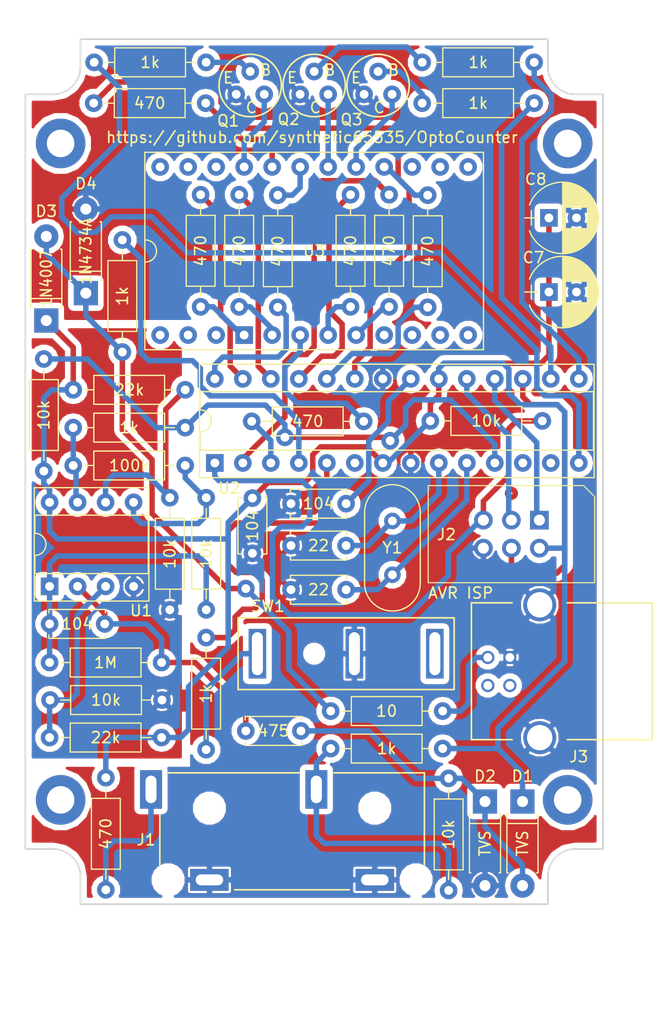
<source format=kicad_pcb>
(kicad_pcb (version 4) (host pcbnew 4.0.7)
  (layers (0 F.Cu signal) (31 B.Cu signal) (34 B.Paste user) (35 F.Paste user) (36 B.SilkS user) (37 F.SilkS user) (38 B.Mask user) (39 F.Mask user) (44 Edge.Cuts user))
  (net 0 "")
  (net 1 "Net-(C1-Pad1)")
  (net 2 "Net-(C1-Pad2)")
  (net 3 "Net-(C2-Pad1)")
  (net 4 +5V)
  (net 5 GNDD)
  (net 6 "Net-(C4-Pad1)")
  (net 7 "Net-(C5-Pad1)")
  (net 8 "Net-(C6-Pad1)")
  (net 9 "Net-(D3-Pad2)")
  (net 10 "Net-(J1-Pad2)")
  (net 11 "Net-(J1-Pad1)")
  (net 12 MISO)
  (net 13 SCK)
  (net 14 MOSI)
  (net 15 RESET)
  (net 16 "Net-(J3-Pad2)")
  (net 17 "Net-(J3-Pad1)")
  (net 18 "Net-(J3-Pad3)")
  (net 19 "Net-(Q1-Pad2)")
  (net 20 "Net-(Q1-Pad1)")
  (net 21 "Net-(Q2-Pad2)")
  (net 22 "Net-(Q2-Pad1)")
  (net 23 "Net-(Q3-Pad2)")
  (net 24 "Net-(Q3-Pad1)")
  (net 25 "Net-(R4-Pad1)")
  (net 26 "Net-(R10-Pad2)")
  (net 27 "Net-(R8-Pad1)")
  (net 28 "Net-(R10-Pad1)")
  (net 29 COUNT)
  (net 30 "Net-(R14-Pad1)")
  (net 31 "Net-(R14-Pad2)")
  (net 32 SEG_A)
  (net 33 "Net-(R15-Pad2)")
  (net 34 SEG_B)
  (net 35 "Net-(R16-Pad2)")
  (net 36 SEG_C)
  (net 37 "Net-(R17-Pad2)")
  (net 38 SEG_D)
  (net 39 "Net-(R18-Pad2)")
  (net 40 SEG_E)
  (net 41 "Net-(R19-Pad2)")
  (net 42 SEG_F)
  (net 43 "Net-(R20-Pad2)")
  (net 44 SEG_G)
  (net 45 "Net-(R21-Pad2)")
  (net 46 SEG_DP)
  (net 47 "Net-(R22-Pad2)")
  (net 48 DIG_1)
  (net 49 POWER_SENSE)
  (net 50 DIG_2)
  (net 51 DIG_3)
  (net 52 "Net-(SW1-Pad1)")
  (net 53 "Net-(U2-Pad6)")
  (net 54 "Net-(U2-Pad12)")
  (net 55 "Net-(U2-Pad13)")
  (module MyFootprints:RES (layer F.Cu) (at 132.6 84.08 270)
    (fp_text reference R26)
    (fp_text value 1k (at 0 0 270) (layer F.SilkS))
    (pad 1 thru_hole circle (at -5.08 0 270) (size 1.6 1.6) (drill 0.8) (layers *.Cu *.Mask) (net 49 POWER_SENSE))
    (pad 2 thru_hole oval (at 5.08 0 270) (size 1.6 1.6) (drill 0.8) (layers *.Cu *.Mask) (net 9 "Net-(D3-Pad2)"))
  )
  (module Capacitors_THT:CP_Radial_D6.3mm_P2.50mm (layer F.Cu) (at 171.3 83.72)
    (fp_text reference C7 (at -1.4 -3.12) (layer F.SilkS))
    (fp_text value 330uF)
    (pad 1 thru_hole rect (at 0 0) (size 1.6 1.6) (drill 0.8) (layers *.Cu *.Mask) (net 4 +5V))
    (pad 2 thru_hole circle (at 2.5 0) (size 1.6 1.6) (drill 0.8) (layers *.Cu *.Mask) (net 5 GNDD))
  )
  (module MyFootprints:Q_BCE (layer F.Cu) (at 144.2 65)
    (fp_text reference Q1 (at -2 3.2) (layer F.SilkS))
    (fp_text value Q_NPN_BCE hide)
    (fp_text user E (at -2 -0.7) (layer F.SilkS))
    (fp_text user C (at 0.1 2) (layer F.SilkS))
    (fp_text user B (at 1.4 -1.4) (layer F.SilkS))
    (pad 2 thru_hole circle (at 1.27 0.8) (size 1.6 1.6) (drill 0.8) (layers *.Cu *.Mask) (net 19 "Net-(Q1-Pad2)"))
    (pad 3 thru_hole circle (at -1.27 0.8) (size 1.6 1.6) (drill 0.8) (layers *.Cu *.Mask) (net 5 GNDD))
    (pad 1 thru_hole circle (at 0 -1.27) (size 1.6 1.6) (drill 0.8) (layers *.Cu *.Mask) (net 20 "Net-(Q1-Pad1)"))
  )
  (module MyFootprints:Q_BCE (layer F.Cu) (at 150 65)
    (fp_text reference Q2 (at -2.31 3.06) (layer F.SilkS))
    (fp_text value Q_NPN_BCE hide)
    (fp_text user E (at -2 -0.7) (layer F.SilkS))
    (fp_text user C (at 0.1 2) (layer F.SilkS))
    (fp_text user B (at 1.4 -1.4) (layer F.SilkS))
    (pad 2 thru_hole circle (at 1.27 0.8) (size 1.6 1.6) (drill 0.8) (layers *.Cu *.Mask) (net 21 "Net-(Q2-Pad2)"))
    (pad 3 thru_hole circle (at -1.27 0.8) (size 1.6 1.6) (drill 0.8) (layers *.Cu *.Mask) (net 5 GNDD))
    (pad 1 thru_hole circle (at 0 -1.27) (size 1.6 1.6) (drill 0.8) (layers *.Cu *.Mask) (net 22 "Net-(Q2-Pad1)"))
  )
  (module MyFootprints:Q_BCE (layer F.Cu) (at 155.8 65)
    (fp_text reference Q3 (at -2.41 3.09) (layer F.SilkS))
    (fp_text value Q_NPN_BCE hide)
    (fp_text user E (at -2 -0.7) (layer F.SilkS))
    (fp_text user C (at 0.1 2) (layer F.SilkS))
    (fp_text user B (at 1.4 -1.4) (layer F.SilkS))
    (pad 2 thru_hole circle (at 1.27 0.8) (size 1.6 1.6) (drill 0.8) (layers *.Cu *.Mask) (net 23 "Net-(Q3-Pad2)"))
    (pad 3 thru_hole circle (at -1.27 0.8) (size 1.6 1.6) (drill 0.8) (layers *.Cu *.Mask) (net 5 GNDD))
    (pad 1 thru_hole circle (at 0 -1.27) (size 1.6 1.6) (drill 0.8) (layers *.Cu *.Mask) (net 24 "Net-(Q3-Pad1)"))
  )
  (module Housings_DIP:DIP-8_W7.62mm_Socket (layer F.Cu) (at 126 110.4 90)
    (fp_text reference U1 (at -2.2 8.3 180) (layer F.SilkS))
    (fp_text value LM358N)
    (pad 1 thru_hole rect (at 0 0 90) (size 1.6 1.6) (drill 0.8) (layers *.Cu *.Mask) (net 3 "Net-(C2-Pad1)"))
    (pad 5 thru_hole oval (at 7.62 7.62 90) (size 1.6 1.6) (drill 0.8) (layers *.Cu *.Mask) (net 26 "Net-(R10-Pad2)"))
    (pad 2 thru_hole oval (at 0 2.54 90) (size 1.6 1.6) (drill 0.8) (layers *.Cu *.Mask) (net 1 "Net-(C1-Pad1)"))
    (pad 6 thru_hole oval (at 7.62 5.08 90) (size 1.6 1.6) (drill 0.8) (layers *.Cu *.Mask) (net 27 "Net-(R8-Pad1)"))
    (pad 3 thru_hole oval (at 0 5.08 90) (size 1.6 1.6) (drill 0.8) (layers *.Cu *.Mask) (net 25 "Net-(R4-Pad1)"))
    (pad 7 thru_hole oval (at 7.62 2.54 90) (size 1.6 1.6) (drill 0.8) (layers *.Cu *.Mask) (net 28 "Net-(R10-Pad1)"))
    (pad 4 thru_hole oval (at 0 7.62 90) (size 1.6 1.6) (drill 0.8) (layers *.Cu *.Mask) (net 5 GNDD))
    (pad 8 thru_hole oval (at 7.62 0 90) (size 1.6 1.6) (drill 0.8) (layers *.Cu *.Mask) (net 4 +5V))
  )
  (module Crystals:Crystal_HC49-4H_Vertical (layer F.Cu) (at 157.099 109.347 90)
    (fp_text reference Y1 (at 2.447 0.001 180) (layer F.SilkS))
    (fp_text value 8Mhz)
    (pad 1 thru_hole circle (at 0 0 90) (size 1.5 1.5) (drill 0.8) (layers *.Cu *.Mask) (net 8 "Net-(C6-Pad1)"))
    (pad 2 thru_hole circle (at 4.88 0 90) (size 1.5 1.5) (drill 0.8) (layers *.Cu *.Mask) (net 7 "Net-(C5-Pad1)"))
  )
  (module MyFootprints:Adaptive (layer F.Cu) (at 150 100)
    (fp_text reference REF** hide)
    (fp_text value Adaptive hide)
    (fp_line (start -26.2 34.2) (end -23.7 34.2) (layer Edge.Cuts) (width 0.15))
    (fp_arc (start -23.7 36.7) (end -21.2 36.7) (angle -90) (layer Edge.Cuts) (width 0.15))
    (fp_line (start -21.2 39.2) (end -21.2 36.7) (layer Edge.Cuts) (width 0.15))
    (fp_line (start 26.2 34.2) (end 23.7 34.2) (layer Edge.Cuts) (width 0.15))
    (fp_arc (start 23.7 36.7) (end 21.2 36.7) (angle 90) (layer Edge.Cuts) (width 0.15))
    (fp_line (start 21.2 39.2) (end 21.2 36.7) (layer Edge.Cuts) (width 0.15))
    (fp_line (start 21.2 -39.2) (end 21.2 -36.7) (layer Edge.Cuts) (width 0.15))
    (fp_arc (start 23.7 -36.7) (end 21.2 -36.7) (angle -90) (layer Edge.Cuts) (width 0.15))
    (fp_line (start 26.2 -34.2) (end 23.7 -34.2) (layer Edge.Cuts) (width 0.15))
    (fp_line (start 26.2 -34.2) (end 26.2 34.2) (layer Edge.Cuts) (width 0.15))
    (fp_line (start -21.2 39.2) (end 21.2 39.2) (layer Edge.Cuts) (width 0.15))
    (fp_arc (start -23.7 -36.7) (end -21.2 -36.7) (angle 90) (layer Edge.Cuts) (width 0.15))
    (fp_line (start -26.2 -34.2) (end -23.7 -34.2) (layer Edge.Cuts) (width 0.15))
    (fp_line (start -21.2 -39.2) (end -21.2 -36.7) (layer Edge.Cuts) (width 0.15))
    (fp_line (start -26.2 -34.2) (end -26.2 34.2) (layer Edge.Cuts) (width 0.15))
    (fp_line (start -21.2 -39.2) (end 21.2 -39.2) (layer Edge.Cuts) (width 0.15))
    (pad "" thru_hole circle (at 23 29.75) (size 4.5 4.5) (drill 2.5) (layers *.Cu *.Mask))
    (pad "" thru_hole circle (at -23 29.75) (size 4.5 4.5) (drill 2.5) (layers *.Cu *.Mask))
    (pad "" thru_hole circle (at 23 -29.75) (size 4.5 4.5) (drill 2.5) (layers *.Cu *.Mask))
    (pad "" thru_hole circle (at -23 -29.75) (size 4.5 4.5) (drill 2.5) (layers *.Cu *.Mask))
  )
  (module MyFootprints:TRS-28_Connfly (layer F.Cu) (at 157.5 95.4 90)
    (fp_text reference U2 (at -6.1 -15.2 180) (layer F.SilkS))
    (fp_text value ATMEGA8A-PU)
    (pad 1 thru_hole rect (at -3.81 -16.51 90) (size 1.6 1.6) (drill 0.8) (layers *.Cu *.Mask) (net 15 RESET))
    (pad 15 thru_hole oval (at 3.81 16.51 90) (size 1.6 1.6) (drill 0.8) (layers *.Cu *.Mask) (net 50 DIG_2))
    (pad 2 thru_hole oval (at -3.81 -13.97 90) (size 1.6 1.6) (drill 0.8) (layers *.Cu *.Mask) (net 44 SEG_G))
    (pad 16 thru_hole oval (at 3.81 13.97 90) (size 1.6 1.6) (drill 0.8) (layers *.Cu *.Mask) (net 51 DIG_3))
    (pad 3 thru_hole oval (at -3.81 -11.43 90) (size 1.6 1.6) (drill 0.8) (layers *.Cu *.Mask) (net 46 SEG_DP))
    (pad 17 thru_hole oval (at 3.81 11.43 90) (size 1.6 1.6) (drill 0.8) (layers *.Cu *.Mask) (net 14 MOSI))
    (pad 4 thru_hole oval (at -3.81 -8.89 90) (size 1.6 1.6) (drill 0.8) (layers *.Cu *.Mask) (net 49 POWER_SENSE))
    (pad 18 thru_hole oval (at 3.81 8.89 90) (size 1.6 1.6) (drill 0.8) (layers *.Cu *.Mask) (net 12 MISO))
    (pad 5 thru_hole oval (at -3.81 -6.35 90) (size 1.6 1.6) (drill 0.8) (layers *.Cu *.Mask) (net 31 "Net-(R14-Pad2)"))
    (pad 19 thru_hole oval (at 3.81 6.35 90) (size 1.6 1.6) (drill 0.8) (layers *.Cu *.Mask) (net 13 SCK))
    (pad 6 thru_hole oval (at -3.81 -3.81 90) (size 1.6 1.6) (drill 0.8) (layers *.Cu *.Mask) (net 53 "Net-(U2-Pad6)"))
    (pad 20 thru_hole oval (at 3.81 3.81 90) (size 1.6 1.6) (drill 0.8) (layers *.Cu *.Mask) (net 4 +5V))
    (pad 7 thru_hole oval (at -3.81 -1.27 90) (size 1.6 1.6) (drill 0.8) (layers *.Cu *.Mask) (net 4 +5V))
    (pad 21 thru_hole oval (at 3.81 1.27 90) (size 1.6 1.6) (drill 0.8) (layers *.Cu *.Mask) (net 6 "Net-(C4-Pad1)"))
    (pad 8 thru_hole oval (at -3.81 1.27 90) (size 1.6 1.6) (drill 0.8) (layers *.Cu *.Mask) (net 5 GNDD))
    (pad 22 thru_hole oval (at 3.81 -1.27 90) (size 1.6 1.6) (drill 0.8) (layers *.Cu *.Mask) (net 5 GNDD))
    (pad 9 thru_hole oval (at -3.81 3.81 90) (size 1.6 1.6) (drill 0.8) (layers *.Cu *.Mask) (net 7 "Net-(C5-Pad1)"))
    (pad 23 thru_hole oval (at 3.81 -3.81 90) (size 1.6 1.6) (drill 0.8) (layers *.Cu *.Mask) (net 32 SEG_A))
    (pad 10 thru_hole oval (at -3.81 6.35 90) (size 1.6 1.6) (drill 0.8) (layers *.Cu *.Mask) (net 8 "Net-(C6-Pad1)"))
    (pad 24 thru_hole oval (at 3.81 -6.35 90) (size 1.6 1.6) (drill 0.8) (layers *.Cu *.Mask) (net 34 SEG_B))
    (pad 11 thru_hole oval (at -3.81 8.89 90) (size 1.6 1.6) (drill 0.8) (layers *.Cu *.Mask) (net 29 COUNT))
    (pad 25 thru_hole oval (at 3.81 -8.89 90) (size 1.6 1.6) (drill 0.8) (layers *.Cu *.Mask) (net 36 SEG_C))
    (pad 12 thru_hole oval (at -3.81 11.43 90) (size 1.6 1.6) (drill 0.8) (layers *.Cu *.Mask) (net 54 "Net-(U2-Pad12)"))
    (pad 26 thru_hole oval (at 3.81 -11.43 90) (size 1.6 1.6) (drill 0.8) (layers *.Cu *.Mask) (net 38 SEG_D))
    (pad 13 thru_hole oval (at -3.81 13.97 90) (size 1.6 1.6) (drill 0.8) (layers *.Cu *.Mask) (net 55 "Net-(U2-Pad13)"))
    (pad 27 thru_hole oval (at 3.81 -13.97 90) (size 1.6 1.6) (drill 0.8) (layers *.Cu *.Mask) (net 40 SEG_E))
    (pad 14 thru_hole oval (at -3.81 16.51 90) (size 1.6 1.6) (drill 0.8) (layers *.Cu *.Mask) (net 48 DIG_1))
    (pad 28 thru_hole oval (at 3.81 -16.51 90) (size 1.6 1.6) (drill 0.8) (layers *.Cu *.Mask) (net 42 SEG_F))
  )
  (module MyFootprints:USB_B (layer F.Cu) (at 165.754 116.84)
    (fp_text reference J3 (at 8.256 9 180) (layer F.SilkS))
    (fp_text value USBB-1J)
    (pad 2 thru_hole circle (at 0 2.54 270) (size 1.2 1.2) (drill 0.8) (layers *.Cu *.Mask) (net 16 "Net-(J3-Pad2)"))
    (pad 1 thru_hole circle (at 0 0 270) (size 1.2 1.2) (drill 0.8) (layers *.Cu *.Mask) (net 17 "Net-(J3-Pad1)"))
    (pad 4 thru_hole circle (at 2 0 270) (size 1.2 1.2) (drill 0.8) (layers *.Cu *.Mask) (net 5 GNDD))
    (pad 3 thru_hole circle (at 2 2.54 270) (size 1.2 1.2) (drill 0.8) (layers *.Cu *.Mask) (net 18 "Net-(J3-Pad3)"))
    (pad 5 thru_hole circle (at 4.71 7.27 270) (size 3 3) (drill 2.3) (layers *.Cu *.Mask) (net 5 GNDD))
    (pad 5 thru_hole circle (at 4.71 -4.77 270) (size 3 3) (drill 2.3) (layers *.Cu *.Mask) (net 5 GNDD))
  )
  (module MyFootprints:RS212 (layer F.Cu) (at 148 137)
    (fp_text reference J1 (at -13.25 -3.63) (layer F.SilkS))
    (fp_text value RS-212)
    (pad 2 thru_hole rect (at 2.2 -8.2) (size 2 3.5) (drill oval 1 2.5) (layers *.Cu *.Mask) (net 10 "Net-(J1-Pad2)"))
    (pad 1 thru_hole rect (at -12.8 -8.2) (size 2 3.5) (drill oval 1 2.5) (layers *.Cu *.Mask) (net 11 "Net-(J1-Pad1)"))
    (pad 3 thru_hole rect (at 7.5 0) (size 3.5 2) (drill oval 2.5 1) (layers *.Cu *.Mask) (net 5 GNDD))
    (pad "" np_thru_hole circle (at 7.5 -6.5) (size 2 2) (drill 2) (layers *.Cu *.Mask))
    (pad "" np_thru_hole circle (at -7.5 -6.5) (size 2 2) (drill 2) (layers *.Cu *.Mask))
    (pad "" np_thru_hole circle (at 11.25 0) (size 2 2) (drill 2) (layers *.Cu *.Mask))
    (pad "" np_thru_hole circle (at -11.25 0) (size 2 2) (drill 2) (layers *.Cu *.Mask))
    (pad 3 thru_hole rect (at -7.5 0) (size 3.5 2) (drill oval 2.5 1) (layers *.Cu *.Mask) (net 5 GNDD))
  )
  (module MyFootprints:BC56-12SRWA (layer F.Cu) (at 150 80)
    (fp_text reference U3 (at 0 0 180) (layer F.SilkS))
    (fp_text value BC56-12SRWA)
    (pad ~ thru_hole circle (at -13.97 7.62) (size 1.6 1.6) (drill 0.8) (layers *.Cu *.Mask))
    (pad ~ thru_hole circle (at 13.97 -7.62) (size 1.6 1.6) (drill 0.8) (layers *.Cu *.Mask))
    (pad ~ thru_hole circle (at -11.43 7.62) (size 1.6 1.6) (drill 0.8) (layers *.Cu *.Mask))
    (pad ~ thru_hole circle (at 11.43 -7.62) (size 1.6 1.6) (drill 0.8) (layers *.Cu *.Mask))
    (pad ~ thru_hole circle (at -8.89 7.62) (size 1.6 1.6) (drill 0.8) (layers *.Cu *.Mask))
    (pad ~ thru_hole circle (at 8.89 -7.62) (size 1.6 1.6) (drill 0.8) (layers *.Cu *.Mask))
    (pad 1 thru_hole rect (at -6.35 7.62) (size 1.6 1.6) (drill 0.8) (layers *.Cu *.Mask) (net 41 "Net-(R19-Pad2)"))
    (pad 7 thru_hole circle (at 6.35 -7.62) (size 1.6 1.6) (drill 0.8) (layers *.Cu *.Mask) (net 35 "Net-(R16-Pad2)"))
    (pad 2 thru_hole circle (at -3.81 7.62) (size 1.6 1.6) (drill 0.8) (layers *.Cu *.Mask) (net 39 "Net-(R18-Pad2)"))
    (pad 8 thru_hole circle (at 3.81 -7.62) (size 1.6 1.6) (drill 0.8) (layers *.Cu *.Mask) (net 23 "Net-(Q3-Pad2)"))
    (pad 3 thru_hole circle (at -1.27 7.62) (size 1.6 1.6) (drill 0.8) (layers *.Cu *.Mask) (net 47 "Net-(R22-Pad2)"))
    (pad 9 thru_hole circle (at 1.27 -7.62) (size 1.6 1.6) (drill 0.8) (layers *.Cu *.Mask) (net 21 "Net-(Q2-Pad2)"))
    (pad 4 thru_hole circle (at 1.27 7.62) (size 1.6 1.6) (drill 0.8) (layers *.Cu *.Mask) (net 37 "Net-(R17-Pad2)"))
    (pad 10 thru_hole circle (at -1.27 -7.62) (size 1.6 1.6) (drill 0.8) (layers *.Cu *.Mask) (net 43 "Net-(R20-Pad2)"))
    (pad 5 thru_hole circle (at 3.81 7.62) (size 1.6 1.6) (drill 0.8) (layers *.Cu *.Mask) (net 45 "Net-(R21-Pad2)"))
    (pad 11 thru_hole circle (at -3.81 -7.62) (size 1.6 1.6) (drill 0.8) (layers *.Cu *.Mask) (net 33 "Net-(R15-Pad2)"))
    (pad 6 thru_hole circle (at 6.35 7.62) (size 1.6 1.6) (drill 0.8) (layers *.Cu *.Mask))
    (pad 12 thru_hole circle (at -6.35 -7.62) (size 1.6 1.6) (drill 0.8) (layers *.Cu *.Mask) (net 19 "Net-(Q1-Pad2)"))
    (pad ~ thru_hole circle (at 8.89 7.62) (size 1.6 1.6) (drill 0.8) (layers *.Cu *.Mask))
    (pad ~ thru_hole circle (at -8.89 -7.62) (size 1.6 1.6) (drill 0.8) (layers *.Cu *.Mask))
    (pad ~ thru_hole circle (at 11.43 7.62) (size 1.6 1.6) (drill 0.8) (layers *.Cu *.Mask))
    (pad ~ thru_hole circle (at -11.43 -7.62) (size 1.6 1.6) (drill 0.8) (layers *.Cu *.Mask))
    (pad ~ thru_hole circle (at 13.97 7.62) (size 1.6 1.6) (drill 0.8) (layers *.Cu *.Mask))
    (pad ~ thru_hole circle (at -13.97 -7.62) (size 1.6 1.6) (drill 0.8) (layers *.Cu *.Mask))
  )
  (module MyFootprints:AVR_ISP (layer F.Cu) (at 167.894 105.664 270)
    (fp_text reference J2 (at 0.036 5.894 360) (layer F.SilkS))
    (fp_text value PLD-6)
    (fp_circle (center -3.7 0) (end -3.6 0) (layer F.Cu) (width 0.5))
    (pad 1 thru_hole rect (at -1.27 -2.54 270) (size 1.7 1.7) (drill 1) (layers *.Cu *.Mask) (net 12 MISO))
    (pad 2 thru_hole oval (at 1.27 -2.54 270) (size 1.7 1.7) (drill 1) (layers *.Cu *.Mask) (net 4 +5V))
    (pad 3 thru_hole oval (at -1.27 0 270) (size 1.7 1.7) (drill 1) (layers *.Cu *.Mask) (net 13 SCK))
    (pad 4 thru_hole oval (at 1.27 0 270) (size 1.7 1.7) (drill 1) (layers *.Cu *.Mask) (net 14 MOSI))
    (pad 5 thru_hole oval (at -1.27 2.54 270) (size 1.7 1.7) (drill 1) (layers *.Cu *.Mask) (net 15 RESET))
    (pad 6 thru_hole oval (at 1.27 2.54 270) (size 1.7 1.7) (drill 1) (layers *.Cu *.Mask) (net 5 GNDD))
  )
  (module MyFootprints:SM5-00N-115 (layer F.Cu) (at 150 116.5 270)
    (fp_text reference SW1 (at -4.3 4.2 360) (layer F.SilkS))
    (fp_text value MSW-11)
    (pad 1 thru_hole rect (at 0 -10.95 270) (size 4.5 1.6) (drill oval 3.9 1) (layers *.Cu *.Mask) (net 52 "Net-(SW1-Pad1)"))
    (pad 2 thru_hole rect (at 0 5.15 270) (size 4.5 1.6) (drill oval 3.9 1) (layers *.Cu *.Mask) (net 30 "Net-(R14-Pad1)"))
    (pad 3 thru_hole rect (at 0 -3.65 270) (size 4.5 1.6) (drill oval 3.9 1) (layers *.Cu *.Mask) (net 5 GNDD))
    (pad "" np_thru_hole circle (at 0 0 270) (size 1 1) (drill 1) (layers *.Cu *.Mask))
  )
  (module MyFootprints:CAP (layer F.Cu) (at 143.8 123.5)
    (fp_text reference C1)
    (fp_text value 4.7-10uF)
    (fp_text user 475 (at 2.5 0) (layer F.SilkS))
    (pad 1 thru_hole circle (at 0 0) (size 1.6 1.6) (drill 0.8) (layers *.Cu *.Mask) (net 1 "Net-(C1-Pad1)"))
    (pad 2 thru_hole circle (at 5 0) (size 1.6 1.6) (drill 0.8) (layers *.Cu *.Mask) (net 2 "Net-(C1-Pad2)"))
  )
  (module MyFootprints:CAP (layer F.Cu) (at 126 113.8)
    (fp_text reference C2)
    (fp_text value 0.1uF)
    (fp_text user 104 (at 2.5 0) (layer F.SilkS))
    (pad 1 thru_hole circle (at 0 0) (size 1.6 1.6) (drill 0.8) (layers *.Cu *.Mask) (net 3 "Net-(C2-Pad1)"))
    (pad 2 thru_hole circle (at 5 0) (size 1.6 1.6) (drill 0.8) (layers *.Cu *.Mask) (net 1 "Net-(C1-Pad1)"))
  )
  (module MyFootprints:CAP (layer F.Cu) (at 144.4 102.4 270)
    (fp_text reference C3)
    (fp_text value 0.1uF)
    (fp_text user 104 (at 2.5 0 270) (layer F.SilkS))
    (pad 1 thru_hole circle (at 0 0 270) (size 1.6 1.6) (drill 0.8) (layers *.Cu *.Mask) (net 4 +5V))
    (pad 2 thru_hole circle (at 5 0 270) (size 1.6 1.6) (drill 0.8) (layers *.Cu *.Mask) (net 5 GNDD))
  )
  (module MyFootprints:CAP (layer F.Cu) (at 152.9 102.9 180)
    (fp_text reference C4)
    (fp_text value 0.1uF)
    (fp_text user 104 (at 2.5 0 180) (layer F.SilkS))
    (pad 1 thru_hole circle (at 0 0 180) (size 1.6 1.6) (drill 0.8) (layers *.Cu *.Mask) (net 6 "Net-(C4-Pad1)"))
    (pad 2 thru_hole circle (at 5 0 180) (size 1.6 1.6) (drill 0.8) (layers *.Cu *.Mask) (net 5 GNDD))
  )
  (module MyFootprints:CAP (layer F.Cu) (at 152.9 106.7 180)
    (fp_text reference C5)
    (fp_text value 22pF)
    (fp_text user 22 (at 2.5 0 180) (layer F.SilkS))
    (pad 1 thru_hole circle (at 0 0 180) (size 1.6 1.6) (drill 0.8) (layers *.Cu *.Mask) (net 7 "Net-(C5-Pad1)"))
    (pad 2 thru_hole circle (at 5 0 180) (size 1.6 1.6) (drill 0.8) (layers *.Cu *.Mask) (net 5 GNDD))
  )
  (module MyFootprints:CAP (layer F.Cu) (at 152.9 110.7 180)
    (fp_text reference C6)
    (fp_text value 22pF)
    (fp_text user 22 (at 2.5 0 180) (layer F.SilkS))
    (pad 1 thru_hole circle (at 0 0 180) (size 1.6 1.6) (drill 0.8) (layers *.Cu *.Mask) (net 8 "Net-(C6-Pad1)"))
    (pad 2 thru_hole circle (at 5 0 180) (size 1.6 1.6) (drill 0.8) (layers *.Cu *.Mask) (net 5 GNDD))
  )
  (module MyFootprints:DO-41 (layer F.Cu) (at 168.9 129.9 270)
    (fp_text reference D1 (at -2.3 0 360) (layer F.SilkS))
    (fp_text value TVS)
    (fp_text user %V (at 3.8 0 270) (layer F.SilkS) (effects (font (size 1 0.9))))
    (pad 1 thru_hole rect (at 0 0 270) (size 2.2 2.2) (drill 1) (layers *.Cu *.Mask) (net 4 +5V))
    (pad 2 thru_hole oval (at 7.62 0 270) (size 2.2 2.2) (drill 1) (layers *.Cu *.Mask) (net 2 "Net-(C1-Pad2)"))
  )
  (module MyFootprints:DO-41 (layer F.Cu) (at 165.5 129.9 270)
    (fp_text reference D2 (at -2.3 0 360) (layer F.SilkS))
    (fp_text value TVS)
    (fp_text user %V (at 3.8 0 270) (layer F.SilkS) (effects (font (size 1 0.9))))
    (pad 1 thru_hole rect (at 0 0 270) (size 2.2 2.2) (drill 1) (layers *.Cu *.Mask) (net 2 "Net-(C1-Pad2)"))
    (pad 2 thru_hole oval (at 7.62 0 270) (size 2.2 2.2) (drill 1) (layers *.Cu *.Mask) (net 5 GNDD))
  )
  (module MyFootprints:DO-41 (layer F.Cu) (at 125.7 86.3 90)
    (fp_text reference D3 (at 9.9 0 180) (layer F.SilkS))
    (fp_text value 1N4007)
    (fp_text user %V (at 3.8 0 90) (layer F.SilkS) (effects (font (size 1 0.9))))
    (pad 1 thru_hole rect (at 0 0 90) (size 2.2 2.2) (drill 1) (layers *.Cu *.Mask) (net 4 +5V))
    (pad 2 thru_hole oval (at 7.62 0 90) (size 2.2 2.2) (drill 1) (layers *.Cu *.Mask) (net 9 "Net-(D3-Pad2)"))
  )
  (module MyFootprints:RES (layer F.Cu) (at 131.1 132.82 90)
    (fp_text reference R1)
    (fp_text value 470 (at 0 0 90) (layer F.SilkS))
    (pad 1 thru_hole circle (at -5.08 0 90) (size 1.6 1.6) (drill 0.8) (layers *.Cu *.Mask) (net 11 "Net-(J1-Pad1)"))
    (pad 2 thru_hole oval (at 5.08 0 90) (size 1.6 1.6) (drill 0.8) (layers *.Cu *.Mask) (net 4 +5V))
  )
  (module MyFootprints:RES (layer F.Cu) (at 156.58 125.1)
    (fp_text reference R2)
    (fp_text value 1k (at 0 0) (layer F.SilkS))
    (pad 1 thru_hole circle (at -5.08 0) (size 1.6 1.6) (drill 0.8) (layers *.Cu *.Mask) (net 10 "Net-(J1-Pad2)"))
    (pad 2 thru_hole oval (at 5.08 0) (size 1.6 1.6) (drill 0.8) (layers *.Cu *.Mask) (net 4 +5V))
  )
  (module MyFootprints:RES (layer F.Cu) (at 162.2 132.88 270)
    (fp_text reference R3)
    (fp_text value 10k (at 0 0 270) (layer F.SilkS))
    (pad 1 thru_hole circle (at -5.08 0 270) (size 1.6 1.6) (drill 0.8) (layers *.Cu *.Mask) (net 2 "Net-(C1-Pad2)"))
    (pad 2 thru_hole oval (at 5.08 0 270) (size 1.6 1.6) (drill 0.8) (layers *.Cu *.Mask) (net 10 "Net-(J1-Pad2)"))
  )
  (module MyFootprints:RES (layer F.Cu) (at 131.08 124.1)
    (fp_text reference R4)
    (fp_text value 22k (at 0 0) (layer F.SilkS))
    (pad 1 thru_hole circle (at -5.08 0) (size 1.6 1.6) (drill 0.8) (layers *.Cu *.Mask) (net 25 "Net-(R4-Pad1)"))
    (pad 2 thru_hole oval (at 5.08 0) (size 1.6 1.6) (drill 0.8) (layers *.Cu *.Mask) (net 4 +5V))
  )
  (module MyFootprints:RES (layer F.Cu) (at 131.12 120.7 180)
    (fp_text reference R5)
    (fp_text value 10k (at 0 0 180) (layer F.SilkS))
    (pad 1 thru_hole circle (at -5.08 0 180) (size 1.6 1.6) (drill 0.8) (layers *.Cu *.Mask) (net 5 GNDD))
    (pad 2 thru_hole oval (at 5.08 0 180) (size 1.6 1.6) (drill 0.8) (layers *.Cu *.Mask) (net 25 "Net-(R4-Pad1)"))
  )
  (module MyFootprints:RES (layer F.Cu) (at 131.08 117.3)
    (fp_text reference R6)
    (fp_text value 1M (at 0 0) (layer F.SilkS))
    (pad 1 thru_hole circle (at -5.08 0) (size 1.6 1.6) (drill 0.8) (layers *.Cu *.Mask) (net 3 "Net-(C2-Pad1)"))
    (pad 2 thru_hole oval (at 5.08 0) (size 1.6 1.6) (drill 0.8) (layers *.Cu *.Mask) (net 1 "Net-(C1-Pad1)"))
  )
  (module MyFootprints:RES (layer F.Cu) (at 140.208 107.442 270)
    (fp_text reference R7)
    (fp_text value 10k (at 0 0 270) (layer F.SilkS))
    (pad 1 thru_hole circle (at -5.08 0 270) (size 1.6 1.6) (drill 0.8) (layers *.Cu *.Mask) (net 26 "Net-(R10-Pad2)"))
    (pad 2 thru_hole oval (at 5.08 0 270) (size 1.6 1.6) (drill 0.8) (layers *.Cu *.Mask) (net 3 "Net-(C2-Pad1)"))
  )
  (module MyFootprints:RES (layer F.Cu) (at 133.223 92.583 180)
    (fp_text reference R8)
    (fp_text value 22k (at 0 0 180) (layer F.SilkS))
    (pad 1 thru_hole circle (at -5.08 0 180) (size 1.6 1.6) (drill 0.8) (layers *.Cu *.Mask) (net 27 "Net-(R8-Pad1)"))
    (pad 2 thru_hole oval (at 5.08 0 180) (size 1.6 1.6) (drill 0.8) (layers *.Cu *.Mask) (net 4 +5V))
  )
  (module MyFootprints:RES (layer F.Cu) (at 136.906 107.442 90)
    (fp_text reference R9)
    (fp_text value 10k (at 0 0 90) (layer F.SilkS))
    (pad 1 thru_hole circle (at -5.08 0 90) (size 1.6 1.6) (drill 0.8) (layers *.Cu *.Mask) (net 5 GNDD))
    (pad 2 thru_hole oval (at 5.08 0 90) (size 1.6 1.6) (drill 0.8) (layers *.Cu *.Mask) (net 27 "Net-(R8-Pad1)"))
  )
  (module MyFootprints:RES (layer F.Cu) (at 133.223 99.441)
    (fp_text reference R10)
    (fp_text value 100k (at 0 0) (layer F.SilkS))
    (pad 1 thru_hole circle (at -5.08 0) (size 1.6 1.6) (drill 0.8) (layers *.Cu *.Mask) (net 28 "Net-(R10-Pad1)"))
    (pad 2 thru_hole oval (at 5.08 0) (size 1.6 1.6) (drill 0.8) (layers *.Cu *.Mask) (net 26 "Net-(R10-Pad2)"))
  )
  (module MyFootprints:RES (layer F.Cu) (at 133.223 96.012 180)
    (fp_text reference R11)
    (fp_text value 1k (at 0 0 180) (layer F.SilkS))
    (pad 1 thru_hole circle (at -5.08 0 180) (size 1.6 1.6) (drill 0.8) (layers *.Cu *.Mask) (net 29 COUNT))
    (pad 2 thru_hole oval (at 5.08 0 180) (size 1.6 1.6) (drill 0.8) (layers *.Cu *.Mask) (net 28 "Net-(R10-Pad1)"))
  )
  (module MyFootprints:RES (layer F.Cu) (at 125.476 94.869 270)
    (fp_text reference R12)
    (fp_text value 10k (at 0 0 270) (layer F.SilkS))
    (pad 1 thru_hole circle (at -5.08 0 270) (size 1.6 1.6) (drill 0.8) (layers *.Cu *.Mask) (net 29 COUNT))
    (pad 2 thru_hole oval (at 5.08 0 270) (size 1.6 1.6) (drill 0.8) (layers *.Cu *.Mask) (net 4 +5V))
  )
  (module MyFootprints:RES (layer F.Cu) (at 165.62 95.4 180)
    (fp_text reference R13)
    (fp_text value 10k (at 0 0 180) (layer F.SilkS))
    (pad 1 thru_hole circle (at -5.08 0 180) (size 1.6 1.6) (drill 0.8) (layers *.Cu *.Mask) (net 15 RESET))
    (pad 2 thru_hole oval (at 5.08 0 180) (size 1.6 1.6) (drill 0.8) (layers *.Cu *.Mask) (net 4 +5V))
  )
  (module MyFootprints:RES (layer F.Cu) (at 140.2 120.12 90)
    (fp_text reference R14)
    (fp_text value 1k (at 0 0 90) (layer F.SilkS))
    (pad 1 thru_hole circle (at -5.08 0 90) (size 1.6 1.6) (drill 0.8) (layers *.Cu *.Mask) (net 30 "Net-(R14-Pad1)"))
    (pad 2 thru_hole oval (at 5.08 0 90) (size 1.6 1.6) (drill 0.8) (layers *.Cu *.Mask) (net 31 "Net-(R14-Pad2)"))
  )
  (module MyFootprints:RES (layer F.Cu) (at 135.08 66.6)
    (fp_text reference R15)
    (fp_text value 470 (at 0 0) (layer F.SilkS))
    (pad 1 thru_hole circle (at -5.08 0) (size 1.6 1.6) (drill 0.8) (layers *.Cu *.Mask) (net 32 SEG_A))
    (pad 2 thru_hole oval (at 5.08 0) (size 1.6 1.6) (drill 0.8) (layers *.Cu *.Mask) (net 33 "Net-(R15-Pad2)"))
  )
  (module MyFootprints:RES (layer F.Cu) (at 160.3 80.02 90)
    (fp_text reference R16)
    (fp_text value 470 (at 0 0 90) (layer F.SilkS))
    (pad 1 thru_hole circle (at -5.08 0 90) (size 1.6 1.6) (drill 0.8) (layers *.Cu *.Mask) (net 34 SEG_B))
    (pad 2 thru_hole oval (at 5.08 0 90) (size 1.6 1.6) (drill 0.8) (layers *.Cu *.Mask) (net 35 "Net-(R16-Pad2)"))
  )
  (module MyFootprints:RES (layer F.Cu) (at 153.3 79.98 270)
    (fp_text reference R17)
    (fp_text value 470 (at 0 0 270) (layer F.SilkS))
    (pad 1 thru_hole circle (at -5.08 0 270) (size 1.6 1.6) (drill 0.8) (layers *.Cu *.Mask) (net 36 SEG_C))
    (pad 2 thru_hole oval (at 5.08 0 270) (size 1.6 1.6) (drill 0.8) (layers *.Cu *.Mask) (net 37 "Net-(R17-Pad2)"))
  )
  (module MyFootprints:RES (layer F.Cu) (at 143.2 79.98 270)
    (fp_text reference R18)
    (fp_text value 470 (at 0 0 270) (layer F.SilkS))
    (pad 1 thru_hole circle (at -5.08 0 270) (size 1.6 1.6) (drill 0.8) (layers *.Cu *.Mask) (net 38 SEG_D))
    (pad 2 thru_hole oval (at 5.08 0 270) (size 1.6 1.6) (drill 0.8) (layers *.Cu *.Mask) (net 39 "Net-(R18-Pad2)"))
  )
  (module MyFootprints:RES (layer F.Cu) (at 139.7 79.98 270)
    (fp_text reference R19)
    (fp_text value 470 (at 0 0 270) (layer F.SilkS))
    (pad 1 thru_hole circle (at -5.08 0 270) (size 1.6 1.6) (drill 0.8) (layers *.Cu *.Mask) (net 40 SEG_E))
    (pad 2 thru_hole oval (at 5.08 0 270) (size 1.6 1.6) (drill 0.8) (layers *.Cu *.Mask) (net 41 "Net-(R19-Pad2)"))
  )
  (module MyFootprints:RES (layer F.Cu) (at 146.7 80.02 90)
    (fp_text reference R20)
    (fp_text value 470 (at 0 0 90) (layer F.SilkS))
    (pad 1 thru_hole circle (at -5.08 0 90) (size 1.6 1.6) (drill 0.8) (layers *.Cu *.Mask) (net 42 SEG_F))
    (pad 2 thru_hole oval (at 5.08 0 90) (size 1.6 1.6) (drill 0.8) (layers *.Cu *.Mask) (net 43 "Net-(R20-Pad2)"))
  )
  (module MyFootprints:RES (layer F.Cu) (at 156.8 79.98 270)
    (fp_text reference R21)
    (fp_text value 470 (at 0 0 270) (layer F.SilkS))
    (pad 1 thru_hole circle (at -5.08 0 270) (size 1.6 1.6) (drill 0.8) (layers *.Cu *.Mask) (net 44 SEG_G))
    (pad 2 thru_hole oval (at 5.08 0 270) (size 1.6 1.6) (drill 0.8) (layers *.Cu *.Mask) (net 45 "Net-(R21-Pad2)"))
  )
  (module MyFootprints:RES (layer F.Cu) (at 149.4155 95.4405)
    (fp_text reference R22)
    (fp_text value 470 (at 0 0) (layer F.SilkS))
    (pad 1 thru_hole circle (at -5.08 0) (size 1.6 1.6) (drill 0.8) (layers *.Cu *.Mask) (net 46 SEG_DP))
    (pad 2 thru_hole oval (at 5.08 0) (size 1.6 1.6) (drill 0.8) (layers *.Cu *.Mask) (net 47 "Net-(R22-Pad2)"))
  )
  (module MyFootprints:RES (layer F.Cu) (at 156.58 121.7)
    (fp_text reference R23)
    (fp_text value 10 (at 0 0) (layer F.SilkS))
    (pad 1 thru_hole circle (at -5.08 0) (size 1.6 1.6) (drill 0.8) (layers *.Cu *.Mask) (net 9 "Net-(D3-Pad2)"))
    (pad 2 thru_hole oval (at 5.08 0) (size 1.6 1.6) (drill 0.8) (layers *.Cu *.Mask) (net 17 "Net-(J3-Pad1)"))
  )
  (module MyFootprints:RES (layer F.Cu) (at 135.12 62.9 180)
    (fp_text reference R24)
    (fp_text value 1k (at 0 0 180) (layer F.SilkS))
    (pad 1 thru_hole circle (at -5.08 0 180) (size 1.6 1.6) (drill 0.8) (layers *.Cu *.Mask) (net 20 "Net-(Q1-Pad1)"))
    (pad 2 thru_hole oval (at 5.08 0 180) (size 1.6 1.6) (drill 0.8) (layers *.Cu *.Mask) (net 48 DIG_1))
  )
  (module MyFootprints:RES (layer F.Cu) (at 164.88 62.9)
    (fp_text reference R27)
    (fp_text value 1k (at 0 0) (layer F.SilkS))
    (pad 1 thru_hole circle (at -5.08 0) (size 1.6 1.6) (drill 0.8) (layers *.Cu *.Mask) (net 22 "Net-(Q2-Pad1)"))
    (pad 2 thru_hole oval (at 5.08 0) (size 1.6 1.6) (drill 0.8) (layers *.Cu *.Mask) (net 50 DIG_2))
  )
  (module MyFootprints:RES (layer F.Cu) (at 164.88 66.6)
    (fp_text reference R28)
    (fp_text value 1k (at 0 0) (layer F.SilkS))
    (pad 1 thru_hole circle (at -5.08 0) (size 1.6 1.6) (drill 0.8) (layers *.Cu *.Mask) (net 24 "Net-(Q3-Pad1)"))
    (pad 2 thru_hole oval (at 5.08 0) (size 1.6 1.6) (drill 0.8) (layers *.Cu *.Mask) (net 51 DIG_3))
  )
  (module MyFootprints:DO-41 (layer F.Cu) (at 129.286 83.82 90)
    (fp_text reference D4 (at 9.92 0.014 180) (layer F.SilkS))
    (fp_text value 1N4734A)
    (fp_text user %V (at 3.8 0 90) (layer F.SilkS) (effects (font (size 1 0.9))))
    (pad 1 thru_hole rect (at 0 0 90) (size 2.2 2.2) (drill 1) (layers *.Cu *.Mask) (net 9 "Net-(D3-Pad2)"))
    (pad 2 thru_hole oval (at 7.62 0 90) (size 2.2 2.2) (drill 1) (layers *.Cu *.Mask) (net 5 GNDD))
  )
  (module Capacitors_THT:CP_Radial_D6.3mm_P2.50mm (layer F.Cu) (at 171.3 77)
    (fp_text reference C8 (at -1.2 -3.5) (layer F.SilkS))
    (fp_text value 330uF)
    (pad 1 thru_hole rect (at 0 0) (size 1.6 1.6) (drill 0.8) (layers *.Cu *.Mask) (net 4 +5V))
    (pad 2 thru_hole circle (at 2.5 0) (size 1.6 1.6) (drill 0.8) (layers *.Cu *.Mask) (net 5 GNDD))
  )
  (gr_text https://github.com/synthetic65535/OptoCounter (at 149.8 69.7) (layer F.SilkS) (effects (font (size 1 1))))
  (gr_text "AVR ISP" (at 163.3 111) (layer F.SilkS) (effects (font (size 1 1))))
  (segment (start 136.16 117.3) (end 139.2063 117.3) (width 0.5) (layer F.Cu) (net 1))
  (segment (start 143.8 121.8937) (end 143.8 123.5) (width 0.5) (layer F.Cu) (net 1))
  (segment (start 139.2063 117.3) (end 143.8 121.8937) (width 0.5) (layer F.Cu) (net 1))
  (segment (start 131 113.8) (end 134.8 113.8) (width 0.5) (layer B.Cu) (net 1))
  (segment (start 136.16 115.16) (end 136.16 117.3) (width 0.5) (layer B.Cu) (net 1))
  (segment (start 134.8 113.8) (end 136.16 115.16) (width 0.5) (layer B.Cu) (net 1))
  (segment (start 131 113.8) (end 131 112.86) (width 0.5) (layer F.Cu) (net 1))
  (segment (start 131 112.86) (end 128.54 110.4) (width 0.5) (layer F.Cu) (net 1))
  (segment (start 148.8 123.5) (end 154.9349 123.5) (width 0.5) (layer B.Cu) (net 2))
  (segment (start 159.2349 127.8) (end 162.2 127.8) (width 0.5) (layer B.Cu) (net 2))
  (segment (start 154.9349 123.5) (end 159.2349 127.8) (width 0.5) (layer B.Cu) (net 2))
  (segment (start 162.2 127.8) (end 163.4 127.8) (width 0.5) (layer B.Cu) (net 2))
  (segment (start 168.9 137.52) (end 168.9 135.6) (width 0.5) (layer B.Cu) (net 2))
  (segment (start 168.9 135.6) (end 165.5 132.2) (width 0.5) (layer B.Cu) (net 2))
  (segment (start 165.5 132.2) (end 165.5 129.9) (width 0.5) (layer B.Cu) (net 2))
  (segment (start 163.4 127.8) (end 165.5 129.9) (width 0.5) (layer B.Cu) (net 2))
  (segment (start 126 113.8) (end 126 117.3) (width 0.5) (layer B.Cu) (net 3))
  (segment (start 126 110.4) (end 126 113.8) (width 0.5) (layer B.Cu) (net 3))
  (segment (start 140.208 112.522) (end 140.208 108.3564) (width 0.5) (layer B.Cu) (net 3))
  (segment (start 126 108.3531) (end 126 110.4) (width 0.5) (layer B.Cu) (net 3))
  (segment (start 126.7111 107.642) (end 126 108.3531) (width 0.5) (layer B.Cu) (net 3))
  (segment (start 139.4936 107.642) (end 126.7111 107.642) (width 0.5) (layer B.Cu) (net 3))
  (segment (start 140.208 108.3564) (end 139.4936 107.642) (width 0.5) (layer B.Cu) (net 3))
  (segment (start 168.9 127.3269) (end 168.9 129.9) (width 0.5) (layer B.Cu) (net 4))
  (segment (start 171.3 77) (end 171.3 83.72) (width 0.5) (layer F.Cu) (net 4))
  (segment (start 172.7327 106.934) (end 172.7327 94.6023) (width 0.5) (layer B.Cu) (net 4))
  (segment (start 161.31 91.59) (end 161.31 90.6413) (width 0.5) (layer B.Cu) (net 4))
  (segment (start 172.7327 94.6023) (end 172.0596 93.9292) (width 0.5) (layer B.Cu) (net 4))
  (segment (start 172.0596 93.9292) (end 168.6941 93.9292) (width 0.5) (layer B.Cu) (net 4))
  (segment (start 168.6941 93.9292) (end 167.6654 92.9005) (width 0.5) (layer B.Cu) (net 4))
  (segment (start 167.6654 92.9005) (end 167.6654 90.6994) (width 0.5) (layer B.Cu) (net 4))
  (segment (start 167.6654 90.6994) (end 167.1407 90.1747) (width 0.5) (layer B.Cu) (net 4))
  (segment (start 167.1407 90.1747) (end 161.7766 90.1747) (width 0.5) (layer B.Cu) (net 4))
  (segment (start 161.7766 90.1747) (end 161.31 90.6413) (width 0.5) (layer B.Cu) (net 4))
  (segment (start 172.7327 106.934) (end 170.434 106.934) (width 0.5) (layer B.Cu) (net 4))
  (segment (start 156.69 99.21) (end 160.5 95.4) (width 0.5) (layer B.Cu) (net 4))
  (segment (start 160.54 95.4) (end 160.54 93.84) (width 0.5) (layer F.Cu) (net 4))
  (segment (start 161.31 93.07) (end 161.31 91.59) (width 0.5) (layer F.Cu) (net 4))
  (segment (start 160.54 93.84) (end 161.31 93.07) (width 0.5) (layer F.Cu) (net 4))
  (segment (start 161.7766 90.1747) (end 170.5853 90.1747) (width 0.5) (layer F.Cu) (net 4))
  (segment (start 170.5853 90.1747) (end 171.3 89.46) (width 0.5) (layer F.Cu) (net 4))
  (segment (start 171.3 89.46) (end 171.3 83.72) (width 0.5) (layer F.Cu) (net 4))
  (segment (start 161.31 91.59) (end 161.31 90.6413) (width 0.5) (layer F.Cu) (net 4))
  (segment (start 161.31 90.6413) (end 161.7766 90.1747) (width 0.5) (layer F.Cu) (net 4))
  (segment (start 125.7 86.3) (end 128.143 88.743) (width 0.5) (layer F.Cu) (net 4))
  (segment (start 128.143 88.743) (end 128.143 92.583) (width 0.5) (layer F.Cu) (net 4))
  (segment (start 142.2 106.1) (end 142.2 104.6) (width 0.5) (layer B.Cu) (net 4))
  (segment (start 142.2 104.6) (end 144.4 102.4) (width 0.5) (layer B.Cu) (net 4))
  (segment (start 142.2 115.9048) (end 142.2 106.1) (width 0.5) (layer B.Cu) (net 4))
  (segment (start 137.8921 124.1) (end 138.6 123.3921) (width 0.5) (layer B.Cu) (net 4))
  (segment (start 138.6 123.3921) (end 138.6 119.5048) (width 0.5) (layer B.Cu) (net 4))
  (segment (start 138.6 119.5048) (end 142.2 115.9048) (width 0.5) (layer B.Cu) (net 4))
  (segment (start 136.16 124.1) (end 137.8921 124.1) (width 0.5) (layer B.Cu) (net 4))
  (segment (start 126 105.3699) (end 126.7301 106.1) (width 0.5) (layer B.Cu) (net 4))
  (segment (start 126.7301 106.1) (end 142.2 106.1) (width 0.5) (layer B.Cu) (net 4))
  (segment (start 126 105.3699) (end 126 102.78) (width 0.5) (layer B.Cu) (net 4))
  (segment (start 166.6731 125.1) (end 166.6731 123.2425) (width 0.5) (layer B.Cu) (net 4))
  (segment (start 172.7327 117.1829) (end 172.7327 106.9213) (width 0.5) (layer B.Cu) (net 4))
  (segment (start 166.6731 123.2425) (end 172.7327 117.1829) (width 0.5) (layer B.Cu) (net 4))
  (segment (start 144.4 102.4) (end 145.8223 100.9777) (width 0.5) (layer F.Cu) (net 4))
  (segment (start 145.8223 100.9777) (end 149.1572 100.9777) (width 0.5) (layer F.Cu) (net 4))
  (segment (start 149.1572 100.9777) (end 149.8727 100.2622) (width 0.5) (layer F.Cu) (net 4))
  (segment (start 149.8727 100.2622) (end 149.8727 98.466802) (width 0.5) (layer F.Cu) (net 4))
  (segment (start 149.8727 98.466802) (end 150.5869 97.752602) (width 0.5) (layer F.Cu) (net 4))
  (segment (start 150.5869 97.752602) (end 154.772602 97.752602) (width 0.5) (layer F.Cu) (net 4))
  (segment (start 154.772602 97.752602) (end 156.23 99.21) (width 0.5) (layer F.Cu) (net 4))
  (segment (start 161.66 125.1) (end 166.6731 125.1) (width 0.5) (layer B.Cu) (net 4))
  (segment (start 166.6731 125.1) (end 168.9 127.3269) (width 0.5) (layer B.Cu) (net 4))
  (segment (start 136.16 124.1) (end 131.8142 124.1) (width 0.5) (layer B.Cu) (net 4))
  (segment (start 131.1 124.8142) (end 131.1 127.74) (width 0.5) (layer B.Cu) (net 4))
  (segment (start 131.8142 124.1) (end 131.1 124.8142) (width 0.5) (layer B.Cu) (net 4))
  (segment (start 125.476 99.949) (end 125.476 101.092) (width 0.5) (layer B.Cu) (net 4))
  (segment (start 125.476 101.092) (end 126 101.616) (width 0.5) (layer B.Cu) (net 4))
  (segment (start 126 101.616) (end 126 102.78) (width 0.5) (layer B.Cu) (net 4))
  (segment (start 128.143 92.583) (end 126.1872 92.583) (width 0.5) (layer B.Cu) (net 4))
  (segment (start 126.1872 92.583) (end 125.476 93.2942) (width 0.5) (layer B.Cu) (net 4))
  (segment (start 125.476 93.2942) (end 125.476 99.949) (width 0.5) (layer B.Cu) (net 4))
  (segment (start 154.9527 97.2281) (end 156.74 95.4408) (width 0.5) (layer B.Cu) (net 6))
  (segment (start 154.9527 100.8473) (end 154.9527 97.2281) (width 0.5) (layer B.Cu) (net 6))
  (segment (start 152.9 102.9) (end 154.9527 100.8473) (width 0.5) (layer B.Cu) (net 6))
  (segment (start 156.74 93.62) (end 158.77 91.59) (width 0.5) (layer B.Cu) (net 6))
  (segment (start 156.74 95.4408) (end 156.74 93.62) (width 0.5) (layer B.Cu) (net 6))
  (segment (start 152.9 106.7) (end 154.866 106.7) (width 0.5) (layer B.Cu) (net 7))
  (segment (start 154.866 106.7) (end 157.099 104.467) (width 0.5) (layer B.Cu) (net 7))
  (segment (start 152.9 106.7) (end 153.354 106.7) (width 0.5) (layer B.Cu) (net 7))
  (segment (start 157.099 104.467) (end 158.804 104.467) (width 0.5) (layer B.Cu) (net 7))
  (segment (start 158.804 104.467) (end 161.31 101.961) (width 0.5) (layer B.Cu) (net 7))
  (segment (start 161.31 101.961) (end 161.31 99.21) (width 0.5) (layer B.Cu) (net 7))
  (segment (start 152.9 110.7) (end 155.746 110.7) (width 0.5) (layer B.Cu) (net 8))
  (segment (start 155.746 110.7) (end 157.099 109.347) (width 0.5) (layer B.Cu) (net 8))
  (segment (start 157.099 109.347) (end 157.099 109.3597) (width 0.5) (layer B.Cu) (net 8))
  (segment (start 163.85 102.6087) (end 163.85 99.21) (width 0.5) (layer B.Cu) (net 8))
  (segment (start 157.099 109.3597) (end 163.85 102.6087) (width 0.5) (layer B.Cu) (net 8))
  (segment (start 129.286 83.82) (end 129.286 85.846) (width 0.5) (layer B.Cu) (net 9))
  (segment (start 129.286 85.846) (end 132.6 89.16) (width 0.5) (layer B.Cu) (net 9))
  (segment (start 125.7 78.68) (end 125.7 80.234) (width 0.5) (layer B.Cu) (net 9))
  (segment (start 125.7 80.234) (end 129.286 83.82) (width 0.5) (layer B.Cu) (net 9))
  (segment (start 125.7 78.68) (end 125.6894 78.68) (width 0.5) (layer B.Cu) (net 9))
  (segment (start 132.6 89.16) (end 132.6 96.2175) (width 0.5) (layer F.Cu) (net 9))
  (segment (start 142.0919 110.5959) (end 135.2931 103.7971) (width 0.5) (layer F.Cu) (net 9))
  (segment (start 135.2931 103.7971) (end 135.2931 98.9106) (width 0.5) (layer F.Cu) (net 9))
  (segment (start 135.2931 98.9106) (end 132.6 96.2175) (width 0.5) (layer F.Cu) (net 9))
  (via (at 143.8 110.6) (size 1.6) (drill 0.8) (layers F.Cu B.Cu) (net 9))
  (segment (start 142.0919 110.5959) (end 143.7959 110.5959) (width 0.5) (layer F.Cu) (net 9))
  (segment (start 151.5 121.7) (end 147.7 117.9) (width 0.5) (layer B.Cu) (net 9))
  (segment (start 147.7 114.5) (end 143.8 110.6) (width 0.5) (layer B.Cu) (net 9))
  (segment (start 147.7 117.9) (end 147.7 114.5) (width 0.5) (layer B.Cu) (net 9))
  (segment (start 162.2 137.96) (end 162.2 134.4174) (width 0.5) (layer B.Cu) (net 10))
  (segment (start 150.2 132.9858) (end 150.2 128.8) (width 0.5) (layer B.Cu) (net 10))
  (segment (start 150.9142 133.7) (end 150.2 132.9858) (width 0.5) (layer B.Cu) (net 10))
  (segment (start 161.4826 133.7) (end 150.9142 133.7) (width 0.5) (layer B.Cu) (net 10))
  (segment (start 162.2 134.4174) (end 161.4826 133.7) (width 0.5) (layer B.Cu) (net 10))
  (segment (start 150.2 128.8) (end 150.2 126.4) (width 0.5) (layer B.Cu) (net 10))
  (segment (start 150.2 126.4) (end 151.5 125.1) (width 0.5) (layer B.Cu) (net 10))
  (segment (start 131.1 137.9) (end 131.1 134.18) (width 0.5) (layer B.Cu) (net 11))
  (segment (start 135.2 132.75) (end 135.2 128.8) (width 0.5) (layer B.Cu) (net 11))
  (segment (start 134.49 133.46) (end 135.2 132.75) (width 0.5) (layer B.Cu) (net 11))
  (segment (start 131.82 133.46) (end 134.49 133.46) (width 0.5) (layer B.Cu) (net 11))
  (segment (start 131.1 134.18) (end 131.82 133.46) (width 0.5) (layer B.Cu) (net 11))
  (segment (start 170.1927 104.1527) (end 170.1927 97.3551) (width 0.5) (layer B.Cu) (net 12))
  (segment (start 170.1927 97.3551) (end 166.39 93.5524) (width 0.5) (layer B.Cu) (net 12))
  (segment (start 166.39 93.5524) (end 166.39 91.59) (width 0.5) (layer B.Cu) (net 12))
  (segment (start 167.6527 104.1527) (end 167.6527 96.7173) (width 0.5) (layer B.Cu) (net 13))
  (segment (start 163.85 92.9146) (end 163.85 91.59) (width 0.5) (layer B.Cu) (net 13))
  (segment (start 167.6527 96.7173) (end 163.85 92.9146) (width 0.5) (layer B.Cu) (net 13))
  (segment (start 167.894 106.934) (end 167.894 108.4834) (width 0.5) (layer F.Cu) (net 14))
  (segment (start 168.93 93.2126) (end 168.93 91.59) (width 0.5) (layer F.Cu) (net 14))
  (segment (start 169.6466 93.9292) (end 168.93 93.2126) (width 0.5) (layer F.Cu) (net 14))
  (segment (start 172.0596 93.9292) (end 169.6466 93.9292) (width 0.5) (layer F.Cu) (net 14))
  (segment (start 172.7327 94.6023) (end 172.0596 93.9292) (width 0.5) (layer F.Cu) (net 14))
  (segment (start 172.7327 108.4834) (end 172.7327 94.6023) (width 0.5) (layer F.Cu) (net 14))
  (segment (start 172.0215 109.1946) (end 172.7327 108.4834) (width 0.5) (layer F.Cu) (net 14))
  (segment (start 168.6052 109.1946) (end 172.0215 109.1946) (width 0.5) (layer F.Cu) (net 14))
  (segment (start 167.894 108.4834) (end 168.6052 109.1946) (width 0.5) (layer F.Cu) (net 14))
  (segment (start 148.8761 100.8061) (end 141.3518 100.8061) (width 0.5) (layer B.Cu) (net 15))
  (segment (start 140.99 99.21) (end 140.99 100.4443) (width 0.5) (layer B.Cu) (net 15))
  (segment (start 162.1663 109.4171) (end 162.1663 107.3217) (width 0.5) (layer B.Cu) (net 15))
  (segment (start 158.6042 112.9792) (end 162.1663 109.4171) (width 0.5) (layer B.Cu) (net 15))
  (segment (start 147.7645 112.9792) (end 158.6042 112.9792) (width 0.5) (layer B.Cu) (net 15))
  (segment (start 146.2278 111.4425) (end 147.7645 112.9792) (width 0.5) (layer B.Cu) (net 15))
  (segment (start 140.99 100.4443) (end 141.3518 100.8061) (width 0.5) (layer B.Cu) (net 15))
  (segment (start 146.2278 105.7122) (end 146.2278 111.4425) (width 0.5) (layer B.Cu) (net 15))
  (segment (start 146.94 105) (end 146.2278 105.7122) (width 0.5) (layer B.Cu) (net 15))
  (segment (start 148.89 105) (end 146.94 105) (width 0.5) (layer B.Cu) (net 15))
  (segment (start 149.6 104.29) (end 148.89 105) (width 0.5) (layer B.Cu) (net 15))
  (segment (start 149.6 101.53) (end 149.6 104.29) (width 0.5) (layer B.Cu) (net 15))
  (segment (start 148.8761 100.8061) (end 149.6 101.53) (width 0.5) (layer B.Cu) (net 15))
  (segment (start 162.1663 107.3217) (end 165.224 104.264) (width 0.5) (layer B.Cu) (net 15))
  (segment (start 165.354 104.394) (end 165.354 102.6795) (width 0.5) (layer F.Cu) (net 15))
  (segment (start 168.3663 95.4) (end 170.7 95.4) (width 0.5) (layer F.Cu) (net 15))
  (segment (start 167.6527 96.1136) (end 168.3663 95.4) (width 0.5) (layer F.Cu) (net 15))
  (segment (start 167.6527 100.3808) (end 167.6527 96.1136) (width 0.5) (layer F.Cu) (net 15))
  (segment (start 165.354 102.6795) (end 167.6527 100.3808) (width 0.5) (layer F.Cu) (net 15))
  (segment (start 165.754 116.84) (end 164.71 116.84) (width 0.5) (layer B.Cu) (net 17))
  (segment (start 163.28 121.7) (end 161.66 121.7) (width 0.5) (layer B.Cu) (net 17))
  (segment (start 164 120.98) (end 163.28 121.7) (width 0.5) (layer B.Cu) (net 17))
  (segment (start 164 117.55) (end 164 120.98) (width 0.5) (layer B.Cu) (net 17))
  (segment (start 164.71 116.84) (end 164 117.55) (width 0.5) (layer B.Cu) (net 17))
  (segment (start 145.47 68.3091) (end 145.47 65.8) (width 0.5) (layer B.Cu) (net 19))
  (segment (start 143.65 72.38) (end 143.65 70.1291) (width 0.5) (layer B.Cu) (net 19))
  (segment (start 143.65 70.1291) (end 145.47 68.3091) (width 0.5) (layer B.Cu) (net 19))
  (segment (start 140.2 62.9) (end 143.37 62.9) (width 0.5) (layer B.Cu) (net 20))
  (segment (start 143.37 62.9) (end 144.2 63.73) (width 0.5) (layer B.Cu) (net 20))
  (segment (start 151.27 72.38) (end 151.27 65.8) (width 0.5) (layer B.Cu) (net 21))
  (segment (start 158.4188 61.5188) (end 159.8 62.9) (width 0.5) (layer B.Cu) (net 22))
  (segment (start 152.2349 61.5188) (end 158.4188 61.5188) (width 0.5) (layer B.Cu) (net 22))
  (segment (start 150 63.7537) (end 152.2349 61.5188) (width 0.5) (layer B.Cu) (net 22))
  (segment (start 153.81 72.38) (end 153.81 70.7641) (width 0.5) (layer B.Cu) (net 23))
  (segment (start 157.07 67.5041) (end 157.07 65.8) (width 0.5) (layer B.Cu) (net 23))
  (segment (start 153.81 70.7641) (end 157.07 67.5041) (width 0.5) (layer B.Cu) (net 23))
  (segment (start 155.8 63.73) (end 157.7481 63.73) (width 0.5) (layer B.Cu) (net 24))
  (segment (start 159.8 65.7819) (end 159.8 66.6) (width 0.5) (layer B.Cu) (net 24))
  (segment (start 157.7481 63.73) (end 159.8 65.7819) (width 0.5) (layer B.Cu) (net 24))
  (segment (start 126.04 120.7) (end 127.9 120.7) (width 0.5) (layer B.Cu) (net 25))
  (segment (start 128.5 112.98) (end 131.08 110.4) (width 0.5) (layer B.Cu) (net 25))
  (segment (start 128.5 120.1) (end 128.5 112.98) (width 0.5) (layer B.Cu) (net 25))
  (segment (start 127.9 120.7) (end 128.5 120.1) (width 0.5) (layer B.Cu) (net 25))
  (segment (start 126 124.1) (end 126 120.74) (width 0.5) (layer B.Cu) (net 25))
  (segment (start 126 120.74) (end 126.04 120.7) (width 0.5) (layer B.Cu) (net 25))
  (segment (start 133.62 102.78) (end 133.62 103.9914) (width 0.5) (layer B.Cu) (net 26))
  (segment (start 140.208 103.9825) (end 140.208 102.362) (width 0.5) (layer B.Cu) (net 26))
  (segment (start 139.4905 104.7) (end 140.208 103.9825) (width 0.5) (layer B.Cu) (net 26))
  (segment (start 134.3286 104.7) (end 139.4905 104.7) (width 0.5) (layer B.Cu) (net 26))
  (segment (start 133.62 103.9914) (end 134.3286 104.7) (width 0.5) (layer B.Cu) (net 26))
  (segment (start 138.303 99.441) (end 138.303 100.584) (width 0.5) (layer B.Cu) (net 26))
  (segment (start 138.303 100.584) (end 140.208 102.489) (width 0.5) (layer B.Cu) (net 26))
  (segment (start 136.906 102.362) (end 136.4361 101.8921) (width 0.5) (layer F.Cu) (net 27))
  (segment (start 136.5377 101.8921) (end 136.5377 94.3483) (width 0.5) (layer F.Cu) (net 27))
  (segment (start 136.5377 94.3483) (end 138.303 92.583) (width 0.5) (layer F.Cu) (net 27))
  (segment (start 131.08 102.78) (end 131.08 101.0125) (width 0.5) (layer B.Cu) (net 27))
  (segment (start 134.8486 100.3046) (end 136.906 102.362) (width 0.5) (layer B.Cu) (net 27))
  (segment (start 131.7879 100.3046) (end 134.8486 100.3046) (width 0.5) (layer B.Cu) (net 27))
  (segment (start 131.08 101.0125) (end 131.7879 100.3046) (width 0.5) (layer B.Cu) (net 27))
  (segment (start 128.143 99.441) (end 128.143 96.012) (width 0.5) (layer B.Cu) (net 28))
  (segment (start 128.397 102.637) (end 128.397 99.695) (width 0.5) (layer B.Cu) (net 28))
  (segment (start 166.39 99.21) (end 166.39 97.51) (width 0.5) (layer B.Cu) (net 29))
  (via (at 147.3454 96.8883) (size 1.6) (drill 0.8) (layers F.Cu B.Cu) (net 29))
  (segment (start 147.3454 96.8883) (end 147.3454 95.7326) (width 0.5) (layer B.Cu) (net 29))
  (segment (start 147.3454 95.7326) (end 145.5801 93.9673) (width 0.5) (layer B.Cu) (net 29))
  (segment (start 145.5801 93.9673) (end 140.3477 93.9673) (width 0.5) (layer B.Cu) (net 29))
  (segment (start 140.3477 93.9673) (end 138.303 96.012) (width 0.5) (layer B.Cu) (net 29))
  (segment (start 156.5883 96.8883) (end 147.3454 96.8883) (width 0.5) (layer F.Cu) (net 29))
  (segment (start 156.9 97.2) (end 156.5883 96.8883) (width 0.5) (layer F.Cu) (net 29))
  (via (at 156.9 97.2) (size 1.6) (drill 0.8) (layers F.Cu B.Cu) (net 29))
  (segment (start 158.31 95.79) (end 156.9 97.2) (width 0.5) (layer B.Cu) (net 29))
  (segment (start 158.31 94.2) (end 158.31 95.79) (width 0.5) (layer B.Cu) (net 29))
  (segment (start 159.02 93.49) (end 158.31 94.2) (width 0.5) (layer B.Cu) (net 29))
  (segment (start 162.37 93.49) (end 159.02 93.49) (width 0.5) (layer B.Cu) (net 29))
  (segment (start 166.39 97.51) (end 162.37 93.49) (width 0.5) (layer B.Cu) (net 29))
  (segment (start 125.476 89.789) (end 129.4384 89.789) (width 0.5) (layer B.Cu) (net 29))
  (segment (start 135.6614 96.012) (end 138.303 96.012) (width 0.5) (layer B.Cu) (net 29))
  (segment (start 129.4384 89.789) (end 135.6614 96.012) (width 0.5) (layer B.Cu) (net 29))
  (segment (start 143.4715 116.5) (end 144.85 116.5) (width 0.5) (layer B.Cu) (net 30))
  (segment (start 140.2 125.2) (end 140.2 119.7715) (width 0.5) (layer B.Cu) (net 30))
  (segment (start 140.2 119.7715) (end 143.4715 116.5) (width 0.5) (layer B.Cu) (net 30))
  (segment (start 142.91 104.66) (end 150.4429 104.66) (width 0.5) (layer F.Cu) (net 31))
  (segment (start 142.83 114.33) (end 142.83 113.18) (width 0.5) (layer F.Cu) (net 31))
  (segment (start 142.83 113.18) (end 143.54 112.47) (width 0.5) (layer F.Cu) (net 31))
  (segment (start 143.54 112.47) (end 144.58 112.47) (width 0.5) (layer F.Cu) (net 31))
  (segment (start 144.58 112.47) (end 145.29 111.76) (width 0.5) (layer F.Cu) (net 31))
  (segment (start 145.29 111.76) (end 145.29 109.84) (width 0.5) (layer F.Cu) (net 31))
  (segment (start 145.29 109.84) (end 144.58 109.13) (width 0.5) (layer F.Cu) (net 31))
  (segment (start 144.58 109.13) (end 142.91 109.13) (width 0.5) (layer F.Cu) (net 31))
  (segment (start 142.91 109.13) (end 142.2 108.42) (width 0.5) (layer F.Cu) (net 31))
  (segment (start 142.2 108.42) (end 142.2 105.37) (width 0.5) (layer F.Cu) (net 31))
  (segment (start 142.2 105.37) (end 142.91 104.66) (width 0.5) (layer F.Cu) (net 31))
  (segment (start 140.2 115.04) (end 142.12 115.04) (width 0.5) (layer F.Cu) (net 31))
  (segment (start 151.15 103.9529) (end 151.15 99.21) (width 0.5) (layer F.Cu) (net 31))
  (segment (start 150.4429 104.66) (end 151.15 103.9529) (width 0.5) (layer F.Cu) (net 31))
  (segment (start 142.12 115.04) (end 142.83 114.33) (width 0.5) (layer F.Cu) (net 31))
  (segment (start 153.69 91.59) (end 153.69 90.1246) (width 0.5) (layer F.Cu) (net 32))
  (segment (start 131.9189 64.6811) (end 130 66.6) (width 0.5) (layer F.Cu) (net 32))
  (segment (start 140.443 64.6811) (end 131.9189 64.6811) (width 0.5) (layer F.Cu) (net 32))
  (segment (start 141.5542 65.7923) (end 140.443 64.6811) (width 0.5) (layer F.Cu) (net 32))
  (segment (start 141.5542 66.5607) (end 141.5542 65.7923) (width 0.5) (layer F.Cu) (net 32))
  (segment (start 143.8656 68.8721) (end 141.5542 66.5607) (width 0.5) (layer F.Cu) (net 32))
  (segment (start 156.9085 68.8721) (end 143.8656 68.8721) (width 0.5) (layer F.Cu) (net 32))
  (segment (start 157.6197 69.5833) (end 156.9085 68.8721) (width 0.5) (layer F.Cu) (net 32))
  (segment (start 157.6197 73.4314) (end 157.6197 69.5833) (width 0.5) (layer F.Cu) (net 32))
  (segment (start 158.6103 74.422) (end 157.6197 73.4314) (width 0.5) (layer F.Cu) (net 32))
  (segment (start 158.6103 79.9211) (end 158.6103 74.422) (width 0.5) (layer F.Cu) (net 32))
  (segment (start 155.0797 83.4517) (end 158.6103 79.9211) (width 0.5) (layer F.Cu) (net 32))
  (segment (start 155.0797 88.7349) (end 155.0797 83.4517) (width 0.5) (layer F.Cu) (net 32))
  (segment (start 153.69 90.1246) (end 155.0797 88.7349) (width 0.5) (layer F.Cu) (net 32))
  (segment (start 146.19 72.38) (end 146.19 70.6885) (width 0.5) (layer F.Cu) (net 33))
  (segment (start 146.19 70.6885) (end 145.3769 69.8754) (width 0.5) (layer F.Cu) (net 33))
  (segment (start 143.4354 69.8754) (end 140.16 66.6) (width 0.5) (layer F.Cu) (net 33))
  (segment (start 145.3769 69.8754) (end 143.4354 69.8754) (width 0.5) (layer F.Cu) (net 33))
  (segment (start 151.15 91.59) (end 153.4415 89.2985) (width 0.5) (layer B.Cu) (net 34))
  (segment (start 159.0956 85.1) (end 160.3 85.1) (width 0.5) (layer B.Cu) (net 34))
  (segment (start 157.6197 86.5759) (end 159.0956 85.1) (width 0.5) (layer B.Cu) (net 34))
  (segment (start 157.6197 88.5873) (end 157.6197 86.5759) (width 0.5) (layer B.Cu) (net 34))
  (segment (start 156.9085 89.2985) (end 157.6197 88.5873) (width 0.5) (layer B.Cu) (net 34))
  (segment (start 153.4415 89.2985) (end 156.9085 89.2985) (width 0.5) (layer B.Cu) (net 34))
  (segment (start 160.3 74.94) (end 159.1283 74.94) (width 0.5) (layer B.Cu) (net 35))
  (segment (start 159.1283 74.94) (end 156.5683 72.38) (width 0.5) (layer B.Cu) (net 35))
  (segment (start 148.61 91.59) (end 150.665 89.535) (width 0.5) (layer F.Cu) (net 36))
  (segment (start 151.3459 76.8541) (end 153.3 74.9) (width 0.5) (layer F.Cu) (net 36))
  (segment (start 151.3459 85.4329) (end 151.3459 76.8541) (width 0.5) (layer F.Cu) (net 36))
  (segment (start 152.5397 86.6267) (end 151.3459 85.4329) (width 0.5) (layer F.Cu) (net 36))
  (segment (start 152.5397 88.8238) (end 152.5397 86.6267) (width 0.5) (layer F.Cu) (net 36))
  (segment (start 151.8285 89.535) (end 152.5397 88.8238) (width 0.5) (layer F.Cu) (net 36))
  (segment (start 150.665 89.535) (end 151.8285 89.535) (width 0.5) (layer F.Cu) (net 36))
  (segment (start 153.3 85.06) (end 151.9798 85.06) (width 0.5) (layer B.Cu) (net 37))
  (segment (start 151.27 85.7698) (end 151.27 87.62) (width 0.5) (layer B.Cu) (net 37))
  (segment (start 151.9798 85.06) (end 151.27 85.7698) (width 0.5) (layer B.Cu) (net 37))
  (segment (start 143.2 74.9) (end 144.9324 76.6324) (width 0.5) (layer F.Cu) (net 38))
  (segment (start 144.9324 90.4524) (end 146.07 91.59) (width 0.5) (layer F.Cu) (net 38))
  (segment (start 144.9324 76.6324) (end 144.9324 90.4524) (width 0.5) (layer F.Cu) (net 38))
  (segment (start 143.2 85.06) (end 144.1912 85.06) (width 0.5) (layer B.Cu) (net 39))
  (segment (start 144.1912 85.06) (end 146.19 87.0588) (width 0.5) (layer B.Cu) (net 39))
  (segment (start 146.19 87.0588) (end 146.19 87.62) (width 0.5) (layer B.Cu) (net 39))
  (segment (start 143.5427 91.587) (end 142.3797 90.424) (width 0.5) (layer F.Cu) (net 40))
  (segment (start 142.3797 90.424) (end 142.3797 86.614) (width 0.5) (layer F.Cu) (net 40))
  (segment (start 142.3797 86.614) (end 141.5161 85.7504) (width 0.5) (layer F.Cu) (net 40))
  (segment (start 141.5161 85.7504) (end 141.5161 76.7161) (width 0.5) (layer F.Cu) (net 40))
  (segment (start 141.5161 76.7161) (end 139.7 74.9) (width 0.5) (layer F.Cu) (net 40))
  (segment (start 139.7 85.06) (end 140.8511 85.06) (width 0.5) (layer B.Cu) (net 41))
  (segment (start 140.8511 85.06) (end 143.4365 87.6454) (width 0.5) (layer B.Cu) (net 41))
  (segment (start 140.99 91.59) (end 140.99 90.3278) (width 0.5) (layer B.Cu) (net 42))
  (segment (start 147.4597 85.8597) (end 146.7 85.1) (width 0.5) (layer B.Cu) (net 42))
  (segment (start 147.4597 88.9) (end 147.4597 85.8597) (width 0.5) (layer B.Cu) (net 42))
  (segment (start 146.7485 89.6112) (end 147.4597 88.9) (width 0.5) (layer B.Cu) (net 42))
  (segment (start 141.7066 89.6112) (end 146.7485 89.6112) (width 0.5) (layer B.Cu) (net 42))
  (segment (start 140.99 90.3278) (end 141.7066 89.6112) (width 0.5) (layer B.Cu) (net 42))
  (segment (start 148.73 72.38) (end 148.73 74.2312) (width 0.5) (layer B.Cu) (net 43))
  (segment (start 148.0212 74.94) (end 146.7 74.94) (width 0.5) (layer B.Cu) (net 43))
  (segment (start 148.73 74.2312) (end 148.0212 74.94) (width 0.5) (layer B.Cu) (net 43))
  (segment (start 156.8 74.9) (end 155.5346 73.6346) (width 0.5) (layer F.Cu) (net 44))
  (segment (start 149.9997 88.6714) (end 149.9997 74.347) (width 0.5) (layer F.Cu) (net 44))
  (segment (start 149.2885 89.3826) (end 149.9997 88.6714) (width 0.5) (layer F.Cu) (net 44))
  (segment (start 148.0566 89.3826) (end 149.2885 89.3826) (width 0.5) (layer F.Cu) (net 44))
  (segment (start 147.3454 90.0938) (end 148.0566 89.3826) (width 0.5) (layer F.Cu) (net 44))
  (segment (start 147.3454 95.0341) (end 147.3454 90.0938) (width 0.5) (layer F.Cu) (net 44))
  (segment (start 150.7121 73.6346) (end 149.9997 74.347) (width 0.5) (layer F.Cu) (net 44))
  (segment (start 155.5346 73.6346) (end 150.7121 73.6346) (width 0.5) (layer F.Cu) (net 44))
  (segment (start 147.3454 95.0341) (end 143.53 98.8495) (width 0.5) (layer F.Cu) (net 44))
  (segment (start 143.53 99.21) (end 143.53 98.8495) (width 0.5) (layer F.Cu) (net 44))
  (segment (start 156.37 85.06) (end 153.81 87.62) (width 0.5) (layer B.Cu) (net 45))
  (segment (start 146.07 99.21) (end 146.07 97.175) (width 0.5) (layer B.Cu) (net 46))
  (segment (start 146.07 97.175) (end 144.3355 95.4405) (width 0.5) (layer B.Cu) (net 46))
  (segment (start 152.8572 93.8022) (end 154.4955 95.4405) (width 0.5) (layer B.Cu) (net 47))
  (segment (start 148.4757 93.8022) (end 152.8572 93.8022) (width 0.5) (layer B.Cu) (net 47))
  (segment (start 147.3454 92.6719) (end 148.4757 93.8022) (width 0.5) (layer B.Cu) (net 47))
  (segment (start 147.3454 90.5129) (end 147.3454 92.6719) (width 0.5) (layer B.Cu) (net 47))
  (segment (start 148.73 89.1283) (end 147.3454 90.5129) (width 0.5) (layer B.Cu) (net 47))
  (segment (start 148.73 87.62) (end 148.73 89.1283) (width 0.5) (layer B.Cu) (net 47))
  (segment (start 138.5316 80.1624) (end 135.2692 76.9) (width 0.5) (layer B.Cu) (net 48))
  (segment (start 170.9293 93.1164) (end 173.2915 93.1164) (width 0.5) (layer B.Cu) (net 48))
  (segment (start 173.2915 93.1164) (end 174.01 93.8349) (width 0.5) (layer B.Cu) (net 48))
  (segment (start 174.01 99.21) (end 174.01 93.8349) (width 0.5) (layer B.Cu) (net 48))
  (segment (start 170.2054 92.3925) (end 170.2054 88.9621) (width 0.5) (layer B.Cu) (net 48))
  (segment (start 170.2054 88.9621) (end 161.4057 80.1624) (width 0.5) (layer B.Cu) (net 48))
  (segment (start 161.4057 80.1624) (end 138.5316 80.1624) (width 0.5) (layer B.Cu) (net 48))
  (segment (start 132.3197 65.1797) (end 130.04 62.9) (width 0.5) (layer B.Cu) (net 48))
  (segment (start 170.2054 92.3925) (end 170.9293 93.1164) (width 0.5) (layer B.Cu) (net 48))
  (segment (start 132.3197 69.9803) (end 132.3197 65.1797) (width 0.5) (layer B.Cu) (net 48))
  (segment (start 127.1 75.2) (end 132.3197 69.9803) (width 0.5) (layer B.Cu) (net 48))
  (segment (start 127.1 76.91) (end 127.1 75.2) (width 0.5) (layer B.Cu) (net 48))
  (segment (start 128.49 78.3) (end 127.1 76.91) (width 0.5) (layer B.Cu) (net 48))
  (segment (start 130.2 78.3) (end 128.49 78.3) (width 0.5) (layer B.Cu) (net 48))
  (segment (start 131.6 76.9) (end 130.2 78.3) (width 0.5) (layer B.Cu) (net 48))
  (segment (start 135.2692 76.9) (end 131.6 76.9) (width 0.5) (layer B.Cu) (net 48))
  (segment (start 134.2771 89.2302) (end 134.2771 80.6771) (width 0.5) (layer B.Cu) (net 49))
  (segment (start 134.2771 89.2302) (end 134.9883 89.9414) (width 0.5) (layer B.Cu) (net 49))
  (segment (start 134.9883 89.9414) (end 138.9634 89.9414) (width 0.5) (layer B.Cu) (net 49))
  (segment (start 138.9634 89.9414) (end 139.6746 90.6526) (width 0.5) (layer B.Cu) (net 49))
  (segment (start 139.6746 90.6526) (end 139.6746 92.2274) (width 0.5) (layer B.Cu) (net 49))
  (segment (start 139.6746 92.2274) (end 140.5763 93.1291) (width 0.5) (layer B.Cu) (net 49))
  (segment (start 140.5763 93.1291) (end 146.3421 93.1291) (width 0.5) (layer B.Cu) (net 49))
  (segment (start 146.3421 93.1291) (end 148.61 95.397) (width 0.5) (layer B.Cu) (net 49))
  (segment (start 148.61 99.21) (end 148.61 95.397) (width 0.5) (layer B.Cu) (net 49))
  (segment (start 134.2771 80.6771) (end 132.6 79) (width 0.5) (layer B.Cu) (net 49))
  (segment (start 168.8465 84.6201) (end 168.8465 69.9643) (width 0.5) (layer B.Cu) (net 50))
  (segment (start 169.96 62.9) (end 169.96 64.3087) (width 0.5) (layer B.Cu) (net 50))
  (segment (start 171.5262 65.8749) (end 169.96 64.3087) (width 0.5) (layer B.Cu) (net 50))
  (segment (start 171.5262 67.2846) (end 171.5262 65.8749) (width 0.5) (layer B.Cu) (net 50))
  (segment (start 168.8465 69.9643) (end 171.5262 67.2846) (width 0.5) (layer B.Cu) (net 50))
  (segment (start 174.01 89.7836) (end 174.01 91.59) (width 0.5) (layer B.Cu) (net 50))
  (segment (start 168.8465 84.6201) (end 174.01 89.7836) (width 0.5) (layer B.Cu) (net 50))
  (segment (start 171.47 91.59) (end 171.47 88.69) (width 0.5) (layer B.Cu) (net 51))
  (segment (start 167.005 69.555) (end 169.96 66.6) (width 0.5) (layer B.Cu) (net 51))
  (segment (start 167.005 84.225) (end 167.005 69.555) (width 0.5) (layer B.Cu) (net 51))
  (segment (start 171.47 88.69) (end 167.005 84.225) (width 0.5) (layer B.Cu) (net 51))
  (zone (net 5) (net_name GNDD) (layer F.Cu) (connect_pads (clearance 0.5)) (min_thickness 0.254) (fill yes (arc_segments 16) (thermal_gap 0.2) (thermal_bridge_width 0.5))
    (polygon (pts (xy 178.75 144) (xy 121.5 143.5) (xy 121.5 126.75) (xy 138.75 126.75) (xy 138.75 121.75) (xy 138 121.75) (xy 138 126) (xy 121.5 126) (xy 121.5 87) (xy 138 87) (xy 138 119.75) (xy 138.75 119.75) (xy 138.75 86.25) (xy 121.5 86.25) (xy 121.5 57.25) (xy 178.75 57.25)))
  )
  (zone (net 5) (net_name GNDD) (layer B.Cu) (connect_pads (clearance 0.5)) (min_thickness 0.254) (fill yes (arc_segments 16) (thermal_gap 0.2) (thermal_bridge_width 0.5))
    (polygon (pts (xy 178.75 144) (xy 121.5 143.5) (xy 121.5 126.75) (xy 138.75 126.75) (xy 138.75 121.75) (xy 138 121.75) (xy 138 126) (xy 121.5 126) (xy 121.5 87) (xy 138 87) (xy 138 119.75) (xy 138.75 119.75) (xy 138.75 86.25) (xy 121.5 86.25) (xy 121.5 57.25) (xy 178.75 57.25)))
  )
)
</source>
